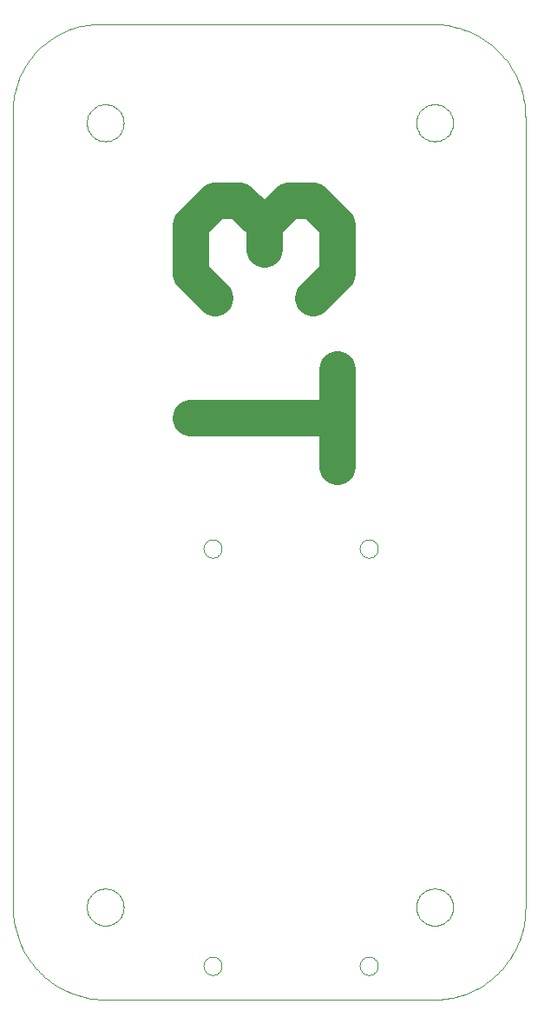
<source format=gbo>
G75*
%MOIN*%
%OFA0B0*%
%FSLAX24Y24*%
%IPPOS*%
%LPD*%
%AMOC8*
5,1,8,0,0,1.08239X$1,22.5*
%
%ADD10C,0.0000*%
%ADD11C,0.1400*%
D10*
X001927Y006470D02*
X001927Y036785D01*
X005076Y040328D02*
X018068Y040328D01*
X018184Y040326D01*
X018300Y040320D01*
X018415Y040311D01*
X018530Y040298D01*
X018645Y040281D01*
X018759Y040260D01*
X018873Y040235D01*
X018985Y040207D01*
X019096Y040175D01*
X019207Y040140D01*
X019316Y040101D01*
X019424Y040058D01*
X019530Y040012D01*
X019635Y039963D01*
X019738Y039910D01*
X019840Y039853D01*
X019939Y039794D01*
X020036Y039731D01*
X020132Y039665D01*
X020225Y039596D01*
X020316Y039524D01*
X020404Y039449D01*
X020490Y039371D01*
X020573Y039290D01*
X020654Y039207D01*
X020732Y039121D01*
X020807Y039033D01*
X020879Y038942D01*
X020948Y038849D01*
X021014Y038753D01*
X021077Y038656D01*
X021136Y038557D01*
X021193Y038455D01*
X021246Y038352D01*
X021295Y038247D01*
X021341Y038141D01*
X021384Y038033D01*
X021423Y037924D01*
X021458Y037813D01*
X021490Y037702D01*
X021518Y037590D01*
X021543Y037476D01*
X021564Y037362D01*
X021581Y037247D01*
X021594Y037132D01*
X021603Y037017D01*
X021609Y036901D01*
X021611Y036785D01*
X021612Y036785D02*
X021612Y006470D01*
X017418Y006470D02*
X017420Y006523D01*
X017426Y006576D01*
X017436Y006628D01*
X017449Y006679D01*
X017467Y006729D01*
X017488Y006778D01*
X017513Y006825D01*
X017541Y006869D01*
X017573Y006912D01*
X017607Y006952D01*
X017645Y006990D01*
X017685Y007024D01*
X017728Y007056D01*
X017773Y007084D01*
X017819Y007109D01*
X017868Y007130D01*
X017918Y007148D01*
X017969Y007161D01*
X018021Y007171D01*
X018074Y007177D01*
X018127Y007179D01*
X018180Y007177D01*
X018233Y007171D01*
X018285Y007161D01*
X018336Y007148D01*
X018386Y007130D01*
X018435Y007109D01*
X018482Y007084D01*
X018526Y007056D01*
X018569Y007024D01*
X018609Y006990D01*
X018647Y006952D01*
X018681Y006912D01*
X018713Y006869D01*
X018741Y006824D01*
X018766Y006778D01*
X018787Y006729D01*
X018805Y006679D01*
X018818Y006628D01*
X018828Y006576D01*
X018834Y006523D01*
X018836Y006470D01*
X018834Y006417D01*
X018828Y006364D01*
X018818Y006312D01*
X018805Y006261D01*
X018787Y006211D01*
X018766Y006162D01*
X018741Y006115D01*
X018713Y006071D01*
X018681Y006028D01*
X018647Y005988D01*
X018609Y005950D01*
X018569Y005916D01*
X018526Y005884D01*
X018481Y005856D01*
X018435Y005831D01*
X018386Y005810D01*
X018336Y005792D01*
X018285Y005779D01*
X018233Y005769D01*
X018180Y005763D01*
X018127Y005761D01*
X018074Y005763D01*
X018021Y005769D01*
X017969Y005779D01*
X017918Y005792D01*
X017868Y005810D01*
X017819Y005831D01*
X017772Y005856D01*
X017728Y005884D01*
X017685Y005916D01*
X017645Y005950D01*
X017607Y005988D01*
X017573Y006028D01*
X017541Y006071D01*
X017513Y006116D01*
X017488Y006162D01*
X017467Y006211D01*
X017449Y006261D01*
X017436Y006312D01*
X017426Y006364D01*
X017420Y006417D01*
X017418Y006470D01*
X018128Y002926D02*
X018245Y002929D01*
X018362Y002936D01*
X018479Y002947D01*
X018596Y002961D01*
X018712Y002980D01*
X018827Y003002D01*
X018941Y003029D01*
X019055Y003059D01*
X019167Y003093D01*
X019279Y003130D01*
X019388Y003172D01*
X019497Y003216D01*
X019604Y003265D01*
X019709Y003317D01*
X019813Y003373D01*
X019914Y003432D01*
X020014Y003494D01*
X020111Y003560D01*
X020206Y003629D01*
X020299Y003701D01*
X020389Y003776D01*
X020477Y003854D01*
X020562Y003935D01*
X020644Y004018D01*
X020724Y004105D01*
X020800Y004194D01*
X020874Y004285D01*
X020944Y004379D01*
X021012Y004476D01*
X021076Y004574D01*
X021136Y004675D01*
X021194Y004777D01*
X021248Y004882D01*
X021298Y004988D01*
X021345Y005095D01*
X021388Y005205D01*
X021427Y005315D01*
X021463Y005427D01*
X021495Y005540D01*
X021523Y005654D01*
X021547Y005769D01*
X021568Y005885D01*
X021584Y006001D01*
X021597Y006118D01*
X021606Y006235D01*
X021611Y006352D01*
X021612Y006470D01*
X018127Y002927D02*
X005470Y002927D01*
X004761Y006470D02*
X004763Y006523D01*
X004769Y006576D01*
X004779Y006628D01*
X004792Y006679D01*
X004810Y006729D01*
X004831Y006778D01*
X004856Y006825D01*
X004884Y006869D01*
X004916Y006912D01*
X004950Y006952D01*
X004988Y006990D01*
X005028Y007024D01*
X005071Y007056D01*
X005116Y007084D01*
X005162Y007109D01*
X005211Y007130D01*
X005261Y007148D01*
X005312Y007161D01*
X005364Y007171D01*
X005417Y007177D01*
X005470Y007179D01*
X005523Y007177D01*
X005576Y007171D01*
X005628Y007161D01*
X005679Y007148D01*
X005729Y007130D01*
X005778Y007109D01*
X005825Y007084D01*
X005869Y007056D01*
X005912Y007024D01*
X005952Y006990D01*
X005990Y006952D01*
X006024Y006912D01*
X006056Y006869D01*
X006084Y006824D01*
X006109Y006778D01*
X006130Y006729D01*
X006148Y006679D01*
X006161Y006628D01*
X006171Y006576D01*
X006177Y006523D01*
X006179Y006470D01*
X006177Y006417D01*
X006171Y006364D01*
X006161Y006312D01*
X006148Y006261D01*
X006130Y006211D01*
X006109Y006162D01*
X006084Y006115D01*
X006056Y006071D01*
X006024Y006028D01*
X005990Y005988D01*
X005952Y005950D01*
X005912Y005916D01*
X005869Y005884D01*
X005824Y005856D01*
X005778Y005831D01*
X005729Y005810D01*
X005679Y005792D01*
X005628Y005779D01*
X005576Y005769D01*
X005523Y005763D01*
X005470Y005761D01*
X005417Y005763D01*
X005364Y005769D01*
X005312Y005779D01*
X005261Y005792D01*
X005211Y005810D01*
X005162Y005831D01*
X005115Y005856D01*
X005071Y005884D01*
X005028Y005916D01*
X004988Y005950D01*
X004950Y005988D01*
X004916Y006028D01*
X004884Y006071D01*
X004856Y006116D01*
X004831Y006162D01*
X004810Y006211D01*
X004792Y006261D01*
X004779Y006312D01*
X004769Y006364D01*
X004763Y006417D01*
X004761Y006470D01*
X001927Y006470D02*
X001929Y006354D01*
X001935Y006238D01*
X001944Y006123D01*
X001957Y006008D01*
X001974Y005893D01*
X001995Y005779D01*
X002020Y005665D01*
X002048Y005553D01*
X002080Y005442D01*
X002115Y005331D01*
X002154Y005222D01*
X002197Y005114D01*
X002243Y005008D01*
X002292Y004903D01*
X002345Y004800D01*
X002402Y004698D01*
X002461Y004599D01*
X002524Y004502D01*
X002590Y004406D01*
X002659Y004313D01*
X002731Y004222D01*
X002806Y004134D01*
X002884Y004048D01*
X002965Y003965D01*
X003048Y003884D01*
X003134Y003806D01*
X003222Y003731D01*
X003313Y003659D01*
X003406Y003590D01*
X003502Y003524D01*
X003599Y003461D01*
X003699Y003402D01*
X003800Y003345D01*
X003903Y003292D01*
X004008Y003243D01*
X004114Y003197D01*
X004222Y003154D01*
X004331Y003115D01*
X004442Y003080D01*
X004553Y003048D01*
X004665Y003020D01*
X004779Y002995D01*
X004893Y002974D01*
X005008Y002957D01*
X005123Y002944D01*
X005238Y002935D01*
X005354Y002929D01*
X005470Y002927D01*
X009245Y004220D02*
X009247Y004257D01*
X009253Y004294D01*
X009263Y004330D01*
X009276Y004365D01*
X009293Y004398D01*
X009314Y004429D01*
X009338Y004457D01*
X009365Y004483D01*
X009394Y004506D01*
X009425Y004526D01*
X009459Y004542D01*
X009494Y004555D01*
X009530Y004564D01*
X009567Y004569D01*
X009604Y004570D01*
X009641Y004567D01*
X009678Y004560D01*
X009714Y004549D01*
X009748Y004535D01*
X009781Y004517D01*
X009811Y004495D01*
X009839Y004471D01*
X009864Y004443D01*
X009887Y004413D01*
X009906Y004381D01*
X009921Y004347D01*
X009933Y004312D01*
X009941Y004276D01*
X009945Y004239D01*
X009945Y004201D01*
X009941Y004164D01*
X009933Y004128D01*
X009921Y004093D01*
X009906Y004059D01*
X009887Y004027D01*
X009864Y003997D01*
X009839Y003969D01*
X009811Y003945D01*
X009781Y003923D01*
X009748Y003905D01*
X009714Y003891D01*
X009678Y003880D01*
X009641Y003873D01*
X009604Y003870D01*
X009567Y003871D01*
X009530Y003876D01*
X009494Y003885D01*
X009459Y003898D01*
X009425Y003914D01*
X009394Y003934D01*
X009365Y003957D01*
X009338Y003983D01*
X009314Y004011D01*
X009293Y004042D01*
X009276Y004075D01*
X009263Y004110D01*
X009253Y004146D01*
X009247Y004183D01*
X009245Y004220D01*
X015245Y004220D02*
X015247Y004257D01*
X015253Y004294D01*
X015263Y004330D01*
X015276Y004365D01*
X015293Y004398D01*
X015314Y004429D01*
X015338Y004457D01*
X015365Y004483D01*
X015394Y004506D01*
X015425Y004526D01*
X015459Y004542D01*
X015494Y004555D01*
X015530Y004564D01*
X015567Y004569D01*
X015604Y004570D01*
X015641Y004567D01*
X015678Y004560D01*
X015714Y004549D01*
X015748Y004535D01*
X015781Y004517D01*
X015811Y004495D01*
X015839Y004471D01*
X015864Y004443D01*
X015887Y004413D01*
X015906Y004381D01*
X015921Y004347D01*
X015933Y004312D01*
X015941Y004276D01*
X015945Y004239D01*
X015945Y004201D01*
X015941Y004164D01*
X015933Y004128D01*
X015921Y004093D01*
X015906Y004059D01*
X015887Y004027D01*
X015864Y003997D01*
X015839Y003969D01*
X015811Y003945D01*
X015781Y003923D01*
X015748Y003905D01*
X015714Y003891D01*
X015678Y003880D01*
X015641Y003873D01*
X015604Y003870D01*
X015567Y003871D01*
X015530Y003876D01*
X015494Y003885D01*
X015459Y003898D01*
X015425Y003914D01*
X015394Y003934D01*
X015365Y003957D01*
X015338Y003983D01*
X015314Y004011D01*
X015293Y004042D01*
X015276Y004075D01*
X015263Y004110D01*
X015253Y004146D01*
X015247Y004183D01*
X015245Y004220D01*
X015245Y020220D02*
X015247Y020257D01*
X015253Y020294D01*
X015263Y020330D01*
X015276Y020365D01*
X015293Y020398D01*
X015314Y020429D01*
X015338Y020457D01*
X015365Y020483D01*
X015394Y020506D01*
X015425Y020526D01*
X015459Y020542D01*
X015494Y020555D01*
X015530Y020564D01*
X015567Y020569D01*
X015604Y020570D01*
X015641Y020567D01*
X015678Y020560D01*
X015714Y020549D01*
X015748Y020535D01*
X015781Y020517D01*
X015811Y020495D01*
X015839Y020471D01*
X015864Y020443D01*
X015887Y020413D01*
X015906Y020381D01*
X015921Y020347D01*
X015933Y020312D01*
X015941Y020276D01*
X015945Y020239D01*
X015945Y020201D01*
X015941Y020164D01*
X015933Y020128D01*
X015921Y020093D01*
X015906Y020059D01*
X015887Y020027D01*
X015864Y019997D01*
X015839Y019969D01*
X015811Y019945D01*
X015781Y019923D01*
X015748Y019905D01*
X015714Y019891D01*
X015678Y019880D01*
X015641Y019873D01*
X015604Y019870D01*
X015567Y019871D01*
X015530Y019876D01*
X015494Y019885D01*
X015459Y019898D01*
X015425Y019914D01*
X015394Y019934D01*
X015365Y019957D01*
X015338Y019983D01*
X015314Y020011D01*
X015293Y020042D01*
X015276Y020075D01*
X015263Y020110D01*
X015253Y020146D01*
X015247Y020183D01*
X015245Y020220D01*
X009245Y020220D02*
X009247Y020257D01*
X009253Y020294D01*
X009263Y020330D01*
X009276Y020365D01*
X009293Y020398D01*
X009314Y020429D01*
X009338Y020457D01*
X009365Y020483D01*
X009394Y020506D01*
X009425Y020526D01*
X009459Y020542D01*
X009494Y020555D01*
X009530Y020564D01*
X009567Y020569D01*
X009604Y020570D01*
X009641Y020567D01*
X009678Y020560D01*
X009714Y020549D01*
X009748Y020535D01*
X009781Y020517D01*
X009811Y020495D01*
X009839Y020471D01*
X009864Y020443D01*
X009887Y020413D01*
X009906Y020381D01*
X009921Y020347D01*
X009933Y020312D01*
X009941Y020276D01*
X009945Y020239D01*
X009945Y020201D01*
X009941Y020164D01*
X009933Y020128D01*
X009921Y020093D01*
X009906Y020059D01*
X009887Y020027D01*
X009864Y019997D01*
X009839Y019969D01*
X009811Y019945D01*
X009781Y019923D01*
X009748Y019905D01*
X009714Y019891D01*
X009678Y019880D01*
X009641Y019873D01*
X009604Y019870D01*
X009567Y019871D01*
X009530Y019876D01*
X009494Y019885D01*
X009459Y019898D01*
X009425Y019914D01*
X009394Y019934D01*
X009365Y019957D01*
X009338Y019983D01*
X009314Y020011D01*
X009293Y020042D01*
X009276Y020075D01*
X009263Y020110D01*
X009253Y020146D01*
X009247Y020183D01*
X009245Y020220D01*
X004761Y036549D02*
X004763Y036602D01*
X004769Y036655D01*
X004779Y036707D01*
X004792Y036758D01*
X004810Y036808D01*
X004831Y036857D01*
X004856Y036904D01*
X004884Y036948D01*
X004916Y036991D01*
X004950Y037031D01*
X004988Y037069D01*
X005028Y037103D01*
X005071Y037135D01*
X005116Y037163D01*
X005162Y037188D01*
X005211Y037209D01*
X005261Y037227D01*
X005312Y037240D01*
X005364Y037250D01*
X005417Y037256D01*
X005470Y037258D01*
X005523Y037256D01*
X005576Y037250D01*
X005628Y037240D01*
X005679Y037227D01*
X005729Y037209D01*
X005778Y037188D01*
X005825Y037163D01*
X005869Y037135D01*
X005912Y037103D01*
X005952Y037069D01*
X005990Y037031D01*
X006024Y036991D01*
X006056Y036948D01*
X006084Y036903D01*
X006109Y036857D01*
X006130Y036808D01*
X006148Y036758D01*
X006161Y036707D01*
X006171Y036655D01*
X006177Y036602D01*
X006179Y036549D01*
X006177Y036496D01*
X006171Y036443D01*
X006161Y036391D01*
X006148Y036340D01*
X006130Y036290D01*
X006109Y036241D01*
X006084Y036194D01*
X006056Y036150D01*
X006024Y036107D01*
X005990Y036067D01*
X005952Y036029D01*
X005912Y035995D01*
X005869Y035963D01*
X005824Y035935D01*
X005778Y035910D01*
X005729Y035889D01*
X005679Y035871D01*
X005628Y035858D01*
X005576Y035848D01*
X005523Y035842D01*
X005470Y035840D01*
X005417Y035842D01*
X005364Y035848D01*
X005312Y035858D01*
X005261Y035871D01*
X005211Y035889D01*
X005162Y035910D01*
X005115Y035935D01*
X005071Y035963D01*
X005028Y035995D01*
X004988Y036029D01*
X004950Y036067D01*
X004916Y036107D01*
X004884Y036150D01*
X004856Y036195D01*
X004831Y036241D01*
X004810Y036290D01*
X004792Y036340D01*
X004779Y036391D01*
X004769Y036443D01*
X004763Y036496D01*
X004761Y036549D01*
X001927Y036785D02*
X001922Y036900D01*
X001921Y037014D01*
X001924Y037128D01*
X001931Y037243D01*
X001942Y037357D01*
X001957Y037470D01*
X001975Y037583D01*
X001998Y037695D01*
X002024Y037807D01*
X002054Y037917D01*
X002088Y038026D01*
X002125Y038135D01*
X002167Y038241D01*
X002211Y038347D01*
X002260Y038450D01*
X002312Y038552D01*
X002367Y038653D01*
X002426Y038751D01*
X002488Y038847D01*
X002553Y038941D01*
X002622Y039033D01*
X002693Y039122D01*
X002768Y039209D01*
X002845Y039293D01*
X002925Y039375D01*
X003009Y039453D01*
X003094Y039529D01*
X003182Y039602D01*
X003273Y039672D01*
X003366Y039739D01*
X003461Y039802D01*
X003559Y039862D01*
X003658Y039919D01*
X003759Y039973D01*
X003862Y040023D01*
X003967Y040069D01*
X004073Y040112D01*
X004181Y040151D01*
X004289Y040186D01*
X004399Y040218D01*
X004510Y040246D01*
X004622Y040270D01*
X004735Y040291D01*
X004848Y040307D01*
X004962Y040320D01*
X005076Y040328D01*
X017418Y036549D02*
X017420Y036602D01*
X017426Y036655D01*
X017436Y036707D01*
X017449Y036758D01*
X017467Y036808D01*
X017488Y036857D01*
X017513Y036904D01*
X017541Y036948D01*
X017573Y036991D01*
X017607Y037031D01*
X017645Y037069D01*
X017685Y037103D01*
X017728Y037135D01*
X017773Y037163D01*
X017819Y037188D01*
X017868Y037209D01*
X017918Y037227D01*
X017969Y037240D01*
X018021Y037250D01*
X018074Y037256D01*
X018127Y037258D01*
X018180Y037256D01*
X018233Y037250D01*
X018285Y037240D01*
X018336Y037227D01*
X018386Y037209D01*
X018435Y037188D01*
X018482Y037163D01*
X018526Y037135D01*
X018569Y037103D01*
X018609Y037069D01*
X018647Y037031D01*
X018681Y036991D01*
X018713Y036948D01*
X018741Y036903D01*
X018766Y036857D01*
X018787Y036808D01*
X018805Y036758D01*
X018818Y036707D01*
X018828Y036655D01*
X018834Y036602D01*
X018836Y036549D01*
X018834Y036496D01*
X018828Y036443D01*
X018818Y036391D01*
X018805Y036340D01*
X018787Y036290D01*
X018766Y036241D01*
X018741Y036194D01*
X018713Y036150D01*
X018681Y036107D01*
X018647Y036067D01*
X018609Y036029D01*
X018569Y035995D01*
X018526Y035963D01*
X018481Y035935D01*
X018435Y035910D01*
X018386Y035889D01*
X018336Y035871D01*
X018285Y035858D01*
X018233Y035848D01*
X018180Y035842D01*
X018127Y035840D01*
X018074Y035842D01*
X018021Y035848D01*
X017969Y035858D01*
X017918Y035871D01*
X017868Y035889D01*
X017819Y035910D01*
X017772Y035935D01*
X017728Y035963D01*
X017685Y035995D01*
X017645Y036029D01*
X017607Y036067D01*
X017573Y036107D01*
X017541Y036150D01*
X017513Y036195D01*
X017488Y036241D01*
X017467Y036290D01*
X017449Y036340D01*
X017436Y036391D01*
X017426Y036443D01*
X017420Y036496D01*
X017418Y036549D01*
D11*
X014381Y032612D02*
X013447Y033546D01*
X012513Y033546D01*
X011579Y032612D01*
X010645Y033546D01*
X009710Y033546D01*
X008776Y032612D01*
X008776Y030744D01*
X009710Y029809D01*
X011579Y031678D02*
X011579Y032612D01*
X014381Y030744D02*
X013447Y029809D01*
X014381Y030744D02*
X014381Y032612D01*
X014381Y027100D02*
X014381Y023364D01*
X014381Y025232D02*
X008776Y025232D01*
M02*

</source>
